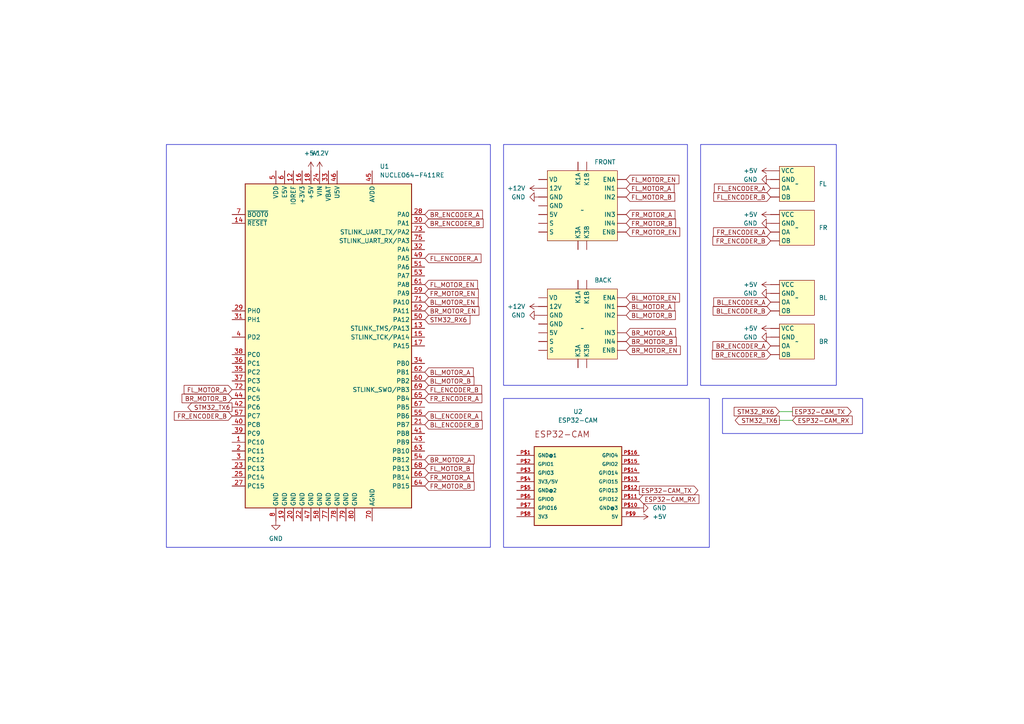
<source format=kicad_sch>
(kicad_sch (version 20230121) (generator eeschema)
  (paper "A4")
  (title_block (title "Rover mecanum") (date "2024-05-07") (rev "3.1") (company "ITIS E.MATTEI URBINO"))
  (lib_symbols
    (symbol "ESP32-CAM:ESP32-CAM" (pin_names (offset 1.016))
      (property "Reference" "U" (at 0 0 0))
      (property "Value" "ESP32-CAM" (at 0 0 0))
      (symbol "ESP32-CAM_0_0"
        (rectangle (start -12.7 -10.16) (end 12.7 12.7) (stroke (width 0.254)) (fill (type background)))
        (text "ESP32-CAM" (at -12.7 15.24 0) (effects (font (size 1.778 1.778)) (justify left bottom)))
        (pin bidirectional line (at -17.78 10.16 0) (length 5.08) (name "GND@1") (number "P$1"))
        (pin bidirectional line (at 17.78 -5.08 180) (length 5.08) (name "GND@3") (number "P$10"))
        (pin bidirectional line (at 17.78 -2.54 180) (length 5.08) (name "GPIO12") (number "P$11"))
        (pin bidirectional line (at 17.78 0 180) (length 5.08) (name "GPIO13") (number "P$12"))
        (pin bidirectional line (at 17.78 2.54 180) (length 5.08) (name "GPIO15") (number "P$13"))
        (pin bidirectional line (at 17.78 5.08 180) (length 5.08) (name "GPIO14") (number "P$14"))
        (pin bidirectional line (at 17.78 7.62 180) (length 5.08) (name "GPIO2") (number "P$15"))
        (pin bidirectional line (at 17.78 10.16 180) (length 5.08) (name "GPIO4") (number "P$16"))
        (pin bidirectional line (at -17.78 7.62 0) (length 5.08) (name "GPIO1") (number "P$2"))
        (pin bidirectional line (at -17.78 5.08 0) (length 5.08) (name "GPIO3") (number "P$3"))
        (pin bidirectional line (at -17.78 2.54 0) (length 5.08) (name "3V3/5V") (number "P$4"))
        (pin bidirectional line (at -17.78 0 0) (length 5.08) (name "GND@2") (number "P$5"))
        (pin bidirectional line (at -17.78 -2.54 0) (length 5.08) (name "GPIO0") (number "P$6"))
        (pin bidirectional line (at -17.78 -5.08 0) (length 5.08) (name "GPIO16") (number "P$7"))
        (pin bidirectional line (at -17.78 -7.62 0) (length 5.08) (name "3V3") (number "P$8"))
        (pin bidirectional line (at 17.78 -7.62 180) (length 5.08) (name "5V") (number "P$9"))
      )
    )
    (symbol "MCU_Module:NUCLEO64-F411RE"
      (property "Reference" "U" (at -17.78 50.165 0))
      (property "Value" "NUCLEO64-F411RE" (at -17.78 48.26 0))
      (symbol "NUCLEO64-F411RE_0_1"
        (rectangle (start -24.13 -46.99) (end 24.13 46.99) (stroke (width 0.254)) (fill (type background)))
      )
      (symbol "NUCLEO64-F411RE_1_1"
        (pin bidirectional line (at -27.94 -27.94 0) (length 3.81) (name "PC10") (number "1"))
        (pin no_connect line (at -24.13 20.32 0) (length 3.81) hide (name "NC") (number "10"))
        (pin no_connect line (at -24.13 15.24 0) (length 3.81) hide (name "NC") (number "11"))
        (pin power_in line (at -10.16 50.8 270) (length 3.81) (name "IOREF") (number "12"))
        (pin bidirectional line (at 27.94 5.08 180) (length 3.81) (name "STLINK_TMS/PA13") (number "13"))
        (pin input line (at -27.94 35.56 0) (length 3.81) (name "~{RESET}") (number "14"))
        (pin bidirectional line (at 27.94 2.54 180) (length 3.81) (name "STLINK_TCK/PA14") (number "15"))
        (pin power_in line (at -7.62 50.8 270) (length 3.81) (name "+3V3") (number "16"))
        (pin bidirectional line (at 27.94 0 180) (length 3.81) (name "PA15") (number "17"))
        (pin power_in line (at -5.08 50.8 270) (length 3.81) (name "+5V") (number "18"))
        (pin power_in line (at -12.7 -50.8 90) (length 3.81) (name "GND") (number "19"))
        (pin bidirectional line (at -27.94 -30.48 0) (length 3.81) (name "PC11") (number "2"))
        (pin power_in line (at -10.16 -50.8 90) (length 3.81) (name "GND") (number "20"))
        (pin bidirectional line (at 27.94 -22.86 180) (length 3.81) (name "PB7") (number "21"))
        (pin power_in line (at -7.62 -50.8 90) (length 3.81) (name "GND") (number "22"))
        (pin bidirectional line (at -27.94 -35.56 0) (length 3.81) (name "PC13") (number "23"))
        (pin power_in line (at -2.54 50.8 270) (length 3.81) (name "VIN") (number "24"))
        (pin bidirectional line (at -27.94 -38.1 0) (length 3.81) (name "PC14") (number "25"))
        (pin no_connect line (at -24.13 22.86 0) (length 3.81) hide (name "NC") (number "26"))
        (pin bidirectional line (at -27.94 -40.64 0) (length 3.81) (name "PC15") (number "27"))
        (pin bidirectional line (at 27.94 38.1 180) (length 3.81) (name "PA0") (number "28"))
        (pin bidirectional line (at -27.94 10.16 0) (length 3.81) (name "PH0") (number "29"))
        (pin bidirectional line (at -27.94 -33.02 0) (length 3.81) (name "PC12") (number "3"))
        (pin bidirectional line (at 27.94 35.56 180) (length 3.81) (name "PA1") (number "30"))
        (pin bidirectional line (at -27.94 7.62 0) (length 3.81) (name "PH1") (number "31"))
        (pin bidirectional line (at 27.94 27.94 180) (length 3.81) (name "PA4") (number "32"))
        (pin power_in line (at 0 50.8 270) (length 3.81) (name "VBAT") (number "33"))
        (pin bidirectional line (at 27.94 -5.08 180) (length 3.81) (name "PB0") (number "34"))
        (pin bidirectional line (at -27.94 -7.62 0) (length 3.81) (name "PC2") (number "35"))
        (pin bidirectional line (at -27.94 -5.08 0) (length 3.81) (name "PC1") (number "36"))
        (pin bidirectional line (at -27.94 -10.16 0) (length 3.81) (name "PC3") (number "37"))
        (pin bidirectional line (at -27.94 -2.54 0) (length 3.81) (name "PC0") (number "38"))
        (pin bidirectional line (at -27.94 -25.4 0) (length 3.81) (name "PC9") (number "39"))
        (pin bidirectional line (at -27.94 2.54 0) (length 3.81) (name "PD2") (number "4"))
        (pin bidirectional line (at -27.94 -22.86 0) (length 3.81) (name "PC8") (number "40"))
        (pin bidirectional line (at 27.94 -25.4 180) (length 3.81) (name "PB8") (number "41"))
        (pin bidirectional line (at -27.94 -17.78 0) (length 3.81) (name "PC6") (number "42"))
        (pin bidirectional line (at 27.94 -27.94 180) (length 3.81) (name "PB9") (number "43"))
        (pin bidirectional line (at -27.94 -15.24 0) (length 3.81) (name "PC5") (number "44"))
        (pin power_in line (at 12.7 50.8 270) (length 3.81) (name "AVDD") (number "45"))
        (pin power_in line (at 2.54 50.8 270) (length 3.81) (name "U5V") (number "46"))
        (pin power_in line (at -5.08 -50.8 90) (length 3.81) (name "GND") (number "47"))
        (pin no_connect line (at -24.13 25.4 0) (length 3.81) hide (name "NC") (number "48"))
        (pin bidirectional line (at 27.94 25.4 180) (length 3.81) (name "PA5") (number "49"))
        (pin power_in line (at -15.24 50.8 270) (length 3.81) (name "VDD") (number "5"))
        (pin bidirectional line (at 27.94 7.62 180) (length 3.81) (name "PA12") (number "50"))
        (pin bidirectional line (at 27.94 22.86 180) (length 3.81) (name "PA6") (number "51"))
        (pin bidirectional line (at 27.94 10.16 180) (length 3.81) (name "PA11") (number "52"))
        (pin bidirectional line (at 27.94 20.32 180) (length 3.81) (name "PA7") (number "53"))
        (pin bidirectional line (at 27.94 -33.02 180) (length 3.81) (name "PB12") (number "54"))
        (pin bidirectional line (at 27.94 -20.32 180) (length 3.81) (name "PB6") (number "55"))
        (pin no_connect line (at -24.13 33.02 0) (length 3.81) hide (name "NC") (number "56"))
        (pin bidirectional line (at -27.94 -20.32 0) (length 3.81) (name "PC7") (number "57"))
        (pin power_in line (at -2.54 -50.8 90) (length 3.81) (name "GND") (number "58"))
        (pin bidirectional line (at 27.94 15.24 180) (length 3.81) (name "PA9") (number "59"))
        (pin power_in line (at -12.7 50.8 270) (length 3.81) (name "E5V") (number "6"))
        (pin bidirectional line (at 27.94 -10.16 180) (length 3.81) (name "PB2") (number "60"))
        (pin bidirectional line (at 27.94 17.78 180) (length 3.81) (name "PA8") (number "61"))
        (pin bidirectional line (at 27.94 -7.62 180) (length 3.81) (name "PB1") (number "62"))
        (pin bidirectional line (at 27.94 -30.48 180) (length 3.81) (name "PB10") (number "63"))
        (pin bidirectional line (at 27.94 -40.64 180) (length 3.81) (name "PB15") (number "64"))
        (pin bidirectional line (at 27.94 -15.24 180) (length 3.81) (name "PB4") (number "65"))
        (pin bidirectional line (at 27.94 -38.1 180) (length 3.81) (name "PB14") (number "66"))
        (pin bidirectional line (at 27.94 -17.78 180) (length 3.81) (name "PB5") (number "67"))
        (pin bidirectional line (at 27.94 -35.56 180) (length 3.81) (name "PB13") (number "68"))
        (pin bidirectional line (at 27.94 -12.7 180) (length 3.81) (name "STLINK_SWO/PB3") (number "69"))
        (pin input line (at -27.94 38.1 0) (length 3.81) (name "~{BOOT0}") (number "7"))
        (pin power_in line (at 12.7 -50.8 90) (length 3.81) (name "AGND") (number "70"))
        (pin bidirectional line (at 27.94 12.7 180) (length 3.81) (name "PA10") (number "71"))
        (pin bidirectional line (at -27.94 -12.7 0) (length 3.81) (name "PC4") (number "72"))
        (pin bidirectional line (at 27.94 33.02 180) (length 3.81) (name "STLINK_UART_TX/PA2") (number "73"))
        (pin no_connect line (at -24.13 30.48 0) (length 3.81) hide (name "NC") (number "74"))
        (pin bidirectional line (at 27.94 30.48 180) (length 3.81) (name "STLINK_UART_RX/PA3") (number "75"))
        (pin no_connect line (at -24.13 27.94 0) (length 3.81) hide (name "NC") (number "76"))
        (pin power_in line (at 0 -50.8 90) (length 3.81) (name "GND") (number "77"))
        (pin power_in line (at 2.54 -50.8 90) (length 3.81) (name "GND") (number "78"))
        (pin power_in line (at 5.08 -50.8 90) (length 3.81) (name "GND") (number "79"))
        (pin power_in line (at -15.24 -50.8 90) (length 3.81) (name "GND") (number "8"))
        (pin power_in line (at 7.62 -50.8 90) (length 3.81) (name "GND") (number "80"))
        (pin no_connect line (at -24.13 17.78 0) (length 3.81) hide (name "NC") (number "9"))
      )
    )
    (symbol "osoyoo_mecanum:driver_motori"
      (property "Reference" "U" (at 0 0 0))
      (symbol "driver_motori_1_1"
        (rectangle (start -10.16 11.43) (end 10.16 -8.89) (fill (type background)))
        (pin power_in line (at -12.7 6.35 0) (length 2.54) (name "12V") (number ""))
        (pin power_out line (at -12.7 -1.27 0) (length 2.54) (name "5V") (number ""))
        (pin input line (at 12.7 8.89 180) (length 2.54) (name "ENA") (number ""))
        (pin input line (at 12.7 -6.35 180) (length 2.54) (name "ENB") (number ""))
        (pin power_in line (at -12.7 1.27 0) (length 2.54) (name "GND") (number ""))
        (pin power_in line (at -12.7 3.81 0) (length 2.54) (name "GND") (number ""))
        (pin input line (at 12.7 6.35 180) (length 2.54) (name "IN1") (number ""))
        (pin input line (at 12.7 3.81 180) (length 2.54) (name "IN2") (number ""))
        (pin input line (at 12.7 -1.27 180) (length 2.54) (name "IN3") (number ""))
        (pin input line (at 12.7 -3.81 180) (length 2.54) (name "IN4") (number ""))
        (pin power_out line (at -1.27 13.97 270) (length 2.54) (name "K1A") (number ""))
        (pin power_out line (at 1.27 13.97 270) (length 2.54) (name "K1B") (number ""))
        (pin power_out line (at -1.27 -11.43 90) (length 2.54) (name "K3A") (number ""))
        (pin power_out line (at 1.27 -11.43 90) (length 2.54) (name "K3B") (number ""))
        (pin unspecified line (at -12.7 -6.35 0) (length 2.54) (name "S") (number ""))
        (pin unspecified line (at -12.7 -3.81 0) (length 2.54) (name "S") (number ""))
        (pin power_in line (at -12.7 8.89 0) (length 2.54) (name "VD") (number ""))
      )
    )
    (symbol "osoyoo_mecanum:encoder_motore"
      (property "Reference" "U" (at 0 0 0))
      (symbol "encoder_motore_1_1"
        (rectangle (start -5.08 5.08) (end 5.08 -5.08) (fill (type background)))
        (pin power_in line (at -7.62 1.27 0) (length 2.54) (name "GND") (number ""))
        (pin output line (at -7.62 -1.27 0) (length 2.54) (name "OA") (number ""))
        (pin output line (at -7.62 -3.81 0) (length 2.54) (name "OB") (number ""))
        (pin power_in line (at -7.62 3.81 0) (length 2.54) (name "VCC") (number ""))
      )
    )
    (symbol "power:+12V" (power) (pin_names (offset 0))
      (property "Value" "+12V" (at 0 3.556 0))
      (symbol "+12V_0_1"
        (polyline (pts (xy -0.762 1.27) (xy 0 2.54)))
        (polyline (pts (xy 0 0) (xy 0 2.54)))
        (polyline (pts (xy 0 2.54) (xy 0.762 1.27)))
      )
      (symbol "+12V_1_1"
        (pin power_in line (at 0 0 90) (length 0) hide (name "+12V") (number "1"))
      )
    )
    (symbol "power:+5V" (power) (pin_names (offset 0))
      (property "Value" "+5V" (at 0 3.556 0))
      (symbol "+5V_0_1"
        (polyline (pts (xy -0.762 1.27) (xy 0 2.54)))
        (polyline (pts (xy 0 0) (xy 0 2.54)))
        (polyline (pts (xy 0 2.54) (xy 0.762 1.27)))
      )
      (symbol "+5V_1_1"
        (pin power_in line (at 0 0 90) (length 0) hide (name "+5V") (number "1"))
      )
    )
    (symbol "power:GND" (power) (pin_names (offset 0))
      (property "Value" "GND" (at 0 -3.81 0))
      (symbol "GND_0_1"
        (polyline (pts (xy 0 0) (xy 0 -1.27) (xy 1.27 -1.27) (xy 0 -2.54) (xy -1.27 -1.27) (xy 0 -1.27)))
      )
      (symbol "GND_1_1"
        (pin power_in line (at 0 0 270) (length 0) hide (name "GND") (number "1"))
      )
    )
  )
  (wire (pts (xy 226.06 119.38) (xy 229.87 119.38)))
  (wire (pts (xy 226.06 121.92) (xy 229.87 121.92)))
  (rectangle (start 146.05 41.91) (end 199.39 111.76))
  (rectangle (start 209.55 115.57) (end 250.19 125.73))
  (rectangle (start 203.2 41.91) (end 242.57 111.76))
  (rectangle (start 48.26 41.91) (end 142.24 158.75))
  (rectangle (start 146.05 115.57) (end 205.74 158.75))
  (global_label "BR_ENCODER_B" (shape input) (at 123.19 64.77 0) (property "Intersheetrefs" "${INTERSHEET_REFS}" (effects hide)))
  (global_label "BR_MOTOR_B" (shape input) (at 181.61 99.06 0) (property "Intersheetrefs" "${INTERSHEET_REFS}" (effects hide)))
  (global_label "FL_MOTOR_B" (shape input) (at 123.19 135.89 0) (property "Intersheetrefs" "${INTERSHEET_REFS}" (effects hide)))
  (global_label "BR_MOTOR_A" (shape input) (at 181.61 96.52 0) (property "Intersheetrefs" "${INTERSHEET_REFS}" (effects hide)))
  (global_label "BL_ENCODER_B" (shape input) (at 123.19 123.19 0) (property "Intersheetrefs" "${INTERSHEET_REFS}" (effects hide)))
  (global_label "FR_ENCODER_A" (shape input) (at 223.52 67.31 180) (property "Intersheetrefs" "${INTERSHEET_REFS}" (effects hide)))
  (global_label "BL_MOTOR_A" (shape input) (at 181.61 88.9 0) (property "Intersheetrefs" "${INTERSHEET_REFS}" (effects hide)))
  (global_label "ESP32-CAM_TX" (shape output) (at 185.42 142.24 0) (property "Intersheetrefs" "${INTERSHEET_REFS}" (effects hide)))
  (global_label "FR_MOTOR_A" (shape input) (at 181.61 62.23 0) (property "Intersheetrefs" "${INTERSHEET_REFS}" (effects hide)))
  (global_label "BR_MOTOR_EN" (shape input) (at 123.19 90.17 0) (property "Intersheetrefs" "${INTERSHEET_REFS}" (effects hide)))
  (global_label "BL_MOTOR_A" (shape input) (at 123.19 107.95 0) (property "Intersheetrefs" "${INTERSHEET_REFS}" (effects hide)))
  (global_label "FR_MOTOR_EN" (shape input) (at 181.61 67.31 0) (property "Intersheetrefs" "${INTERSHEET_REFS}" (effects hide)))
  (global_label "ESP32-CAM_RX" (shape input) (at 185.42 144.78 0) (property "Intersheetrefs" "${INTERSHEET_REFS}" (effects hide)))
  (global_label "FL_MOTOR_EN" (shape input) (at 181.61 52.07 0) (property "Intersheetrefs" "${INTERSHEET_REFS}" (effects hide)))
  (global_label "FR_ENCODER_A" (shape input) (at 123.19 115.57 0) (property "Intersheetrefs" "${INTERSHEET_REFS}" (effects hide)))
  (global_label "BR_MOTOR_A" (shape input) (at 123.19 133.35 0) (property "Intersheetrefs" "${INTERSHEET_REFS}" (effects hide)))
  (global_label "FL_MOTOR_EN" (shape input) (at 123.19 82.55 0) (property "Intersheetrefs" "${INTERSHEET_REFS}" (effects hide)))
  (global_label "BL_MOTOR_EN" (shape input) (at 181.61 86.36 0) (property "Intersheetrefs" "${INTERSHEET_REFS}" (effects hide)))
  (global_label "FR_MOTOR_B" (shape input) (at 123.19 140.97 0) (property "Intersheetrefs" "${INTERSHEET_REFS}" (effects hide)))
  (global_label "STM32_RX6" (shape input) (at 226.06 119.38 180) (property "Intersheetrefs" "${INTERSHEET_REFS}" (effects hide)))
  (global_label "BR_MOTOR_B" (shape input) (at 67.31 115.57 180) (property "Intersheetrefs" "${INTERSHEET_REFS}" (effects hide)))
  (global_label "FL_MOTOR_A" (shape input) (at 67.31 113.03 180) (property "Intersheetrefs" "${INTERSHEET_REFS}" (effects hide)))
  (global_label "BR_ENCODER_A" (shape input) (at 223.52 100.33 180) (property "Intersheetrefs" "${INTERSHEET_REFS}" (effects hide)))
  (global_label "FR_ENCODER_B" (shape input) (at 223.52 69.85 180) (property "Intersheetrefs" "${INTERSHEET_REFS}" (effects hide)))
  (global_label "FL_ENCODER_A" (shape input) (at 123.19 74.93 0) (property "Intersheetrefs" "${INTERSHEET_REFS}" (effects hide)))
  (global_label "STM32_TX6" (shape output) (at 67.31 118.11 180) (property "Intersheetrefs" "${INTERSHEET_REFS}" (effects hide)))
  (global_label "FL_MOTOR_A" (shape input) (at 181.61 54.61 0) (property "Intersheetrefs" "${INTERSHEET_REFS}" (effects hide)))
  (global_label "BL_ENCODER_A" (shape input) (at 123.19 120.65 0) (property "Intersheetrefs" "${INTERSHEET_REFS}" (effects hide)))
  (global_label "STM32_RX6" (shape input) (at 123.19 92.71 0) (property "Intersheetrefs" "${INTERSHEET_REFS}" (effects hide)))
  (global_label "BL_MOTOR_B" (shape input) (at 123.19 110.49 0) (property "Intersheetrefs" "${INTERSHEET_REFS}" (effects hide)))
  (global_label "BR_MOTOR_EN" (shape input) (at 181.61 101.6 0) (property "Intersheetrefs" "${INTERSHEET_REFS}" (effects hide)))
  (global_label "STM32_TX6" (shape output) (at 226.06 121.92 180) (property "Intersheetrefs" "${INTERSHEET_REFS}" (effects hide)))
  (global_label "FR_ENCODER_B" (shape input) (at 67.31 120.65 180) (property "Intersheetrefs" "${INTERSHEET_REFS}" (effects hide)))
  (global_label "BL_MOTOR_B" (shape input) (at 181.61 91.44 0) (property "Intersheetrefs" "${INTERSHEET_REFS}" (effects hide)))
  (global_label "BR_ENCODER_A" (shape input) (at 123.19 62.23 0) (property "Intersheetrefs" "${INTERSHEET_REFS}" (effects hide)))
  (global_label "BL_ENCODER_A" (shape input) (at 223.52 87.63 180) (property "Intersheetrefs" "${INTERSHEET_REFS}" (effects hide)))
  (global_label "FL_ENCODER_B" (shape input) (at 223.52 57.15 180) (property "Intersheetrefs" "${INTERSHEET_REFS}" (effects hide)))
  (global_label "BL_MOTOR_EN" (shape input) (at 123.19 87.63 0) (property "Intersheetrefs" "${INTERSHEET_REFS}" (effects hide)))
  (global_label "FR_MOTOR_A" (shape input) (at 123.19 138.43 0) (property "Intersheetrefs" "${INTERSHEET_REFS}" (effects hide)))
  (global_label "FR_MOTOR_B" (shape input) (at 181.61 64.77 0) (property "Intersheetrefs" "${INTERSHEET_REFS}" (effects hide)))
  (global_label "BR_ENCODER_B" (shape input) (at 223.52 102.87 180) (property "Intersheetrefs" "${INTERSHEET_REFS}" (effects hide)))
  (global_label "FR_MOTOR_EN" (shape input) (at 123.19 85.09 0) (property "Intersheetrefs" "${INTERSHEET_REFS}" (effects hide)))
  (global_label "FL_ENCODER_A" (shape input) (at 223.52 54.61 180) (property "Intersheetrefs" "${INTERSHEET_REFS}" (effects hide)))
  (global_label "FL_MOTOR_B" (shape input) (at 181.61 57.15 0) (property "Intersheetrefs" "${INTERSHEET_REFS}" (effects hide)))
  (global_label "FL_ENCODER_B" (shape input) (at 123.19 113.03 0) (property "Intersheetrefs" "${INTERSHEET_REFS}" (effects hide)))
  (global_label "ESP32-CAM_TX" (shape output) (at 229.87 119.38 0) (property "Intersheetrefs" "${INTERSHEET_REFS}" (effects hide)))
  (global_label "BL_ENCODER_B" (shape input) (at 223.52 90.17 180) (property "Intersheetrefs" "${INTERSHEET_REFS}" (effects hide)))
  (global_label "ESP32-CAM_RX" (shape input) (at 229.87 121.92 0) (property "Intersheetrefs" "${INTERSHEET_REFS}" (effects hide)))
  (symbol (lib_id "osoyoo_mecanum:encoder_motore") (at 231.14 53.34 0) (unit 1)
    (property "Reference" "FL" (at 237.49 53.34 0) (effects (justify left)))
    (property "Value" "~" (at 231.14 53.34 0))
  )
  (symbol (lib_id "power:+12V") (at 156.21 54.61 90) (unit 1)
    (property "Reference" "#PWR08" (effects hide))
    (property "Value" "+12V" (at 152.4 54.61 90) (effects (justify left)))
  )
  (symbol (lib_id "power:+5V") (at 223.52 82.55 90) (unit 1)
    (property "Reference" "#PWR04" (effects hide))
    (property "Value" "+5V" (at 219.71 82.55 90) (effects (justify left)))
  )
  (symbol (lib_id "power:GND") (at 223.52 64.77 270) (unit 1)
    (property "Reference" "#PWR014" (effects hide))
    (property "Value" "GND" (at 219.71 64.77 90) (effects (justify right)))
  )
  (symbol (lib_id "osoyoo_mecanum:driver_motori") (at 168.91 60.96 0) (unit 1)
    (property "Reference" "FRONT" (at 172.3741 46.99 0) (effects (justify left)))
    (property "Value" "~" (at 168.91 60.96 0))
  )
  (symbol (lib_id "power:GND") (at 80.01 151.13 0) (unit 1)
    (property "Reference" "#PWR07" (effects hide))
    (property "Value" "GND" (at 80.01 156.21 0))
  )
  (symbol (lib_id "power:+5V") (at 223.52 95.25 90) (unit 1)
    (property "Reference" "#PWR05" (effects hide))
    (property "Value" "+5V" (at 219.71 95.25 90) (effects (justify left)))
  )
  (symbol (lib_id "power:GND") (at 223.52 85.09 270) (unit 1)
    (property "Reference" "#PWR013" (effects hide))
    (property "Value" "GND" (at 219.71 85.09 90) (effects (justify right)))
  )
  (symbol (lib_id "power:GND") (at 223.52 52.07 270) (unit 1)
    (property "Reference" "#PWR012" (effects hide))
    (property "Value" "GND" (at 219.71 52.07 90) (effects (justify right)))
  )
  (symbol (lib_id "power:+12V") (at 156.21 88.9 90) (unit 1)
    (property "Reference" "#PWR09" (effects hide))
    (property "Value" "+12V" (at 152.4 88.9 90) (effects (justify left)))
  )
  (symbol (lib_id "power:+12V") (at 92.71 49.53 0) (unit 1)
    (property "Reference" "#PWR06" (effects hide))
    (property "Value" "+12V" (at 92.71 44.45 0))
  )
  (symbol (lib_id "power:+5V") (at 90.17 49.53 0) (unit 1)
    (property "Reference" "#PWR01" (effects hide))
    (property "Value" "+5V" (at 90.17 44.45 0))
  )
  (symbol (lib_id "osoyoo_mecanum:encoder_motore") (at 231.14 66.04 0) (unit 1)
    (property "Reference" "FR" (at 237.49 66.04 0) (effects (justify left)))
    (property "Value" "~" (at 231.14 66.04 0))
  )
  (symbol (lib_id "power:GND") (at 156.21 57.15 270) (unit 1)
    (property "Reference" "#PWR011" (effects hide))
    (property "Value" "GND" (at 152.4 57.15 90) (effects (justify right)))
  )
  (symbol (lib_id "power:+5V") (at 185.42 149.86 270) (mirror x) (unit 1)
    (property "Reference" "#PWR016" (effects hide))
    (property "Value" "+5V" (at 189.23 149.86 90) (effects (justify left)))
  )
  (symbol (lib_id "power:GND") (at 185.42 147.32 90) (mirror x) (unit 1)
    (property "Reference" "#PWR017" (effects hide))
    (property "Value" "GND" (at 189.23 147.32 90) (effects (justify right)))
  )
  (symbol (lib_id "power:+5V") (at 223.52 62.23 90) (unit 1)
    (property "Reference" "#PWR03" (effects hide))
    (property "Value" "+5V" (at 219.71 62.23 90) (effects (justify left)))
  )
  (symbol (lib_id "osoyoo_mecanum:driver_motori") (at 168.91 95.25 0) (unit 1)
    (property "Reference" "BACK" (at 172.3741 81.28 0) (effects (justify left)))
    (property "Value" "~" (at 168.91 95.25 0))
  )
  (symbol (lib_id "power:+5V") (at 223.52 49.53 90) (unit 1)
    (property "Reference" "#PWR02" (effects hide))
    (property "Value" "+5V" (at 219.71 49.53 90) (effects (justify left)))
  )
  (symbol (lib_id "power:GND") (at 223.52 97.79 270) (unit 1)
    (property "Reference" "#PWR015" (effects hide))
    (property "Value" "GND" (at 219.71 97.79 90) (effects (justify right)))
  )
  (symbol (lib_id "ESP32-CAM:ESP32-CAM") (at 167.64 142.24 0) (unit 1)
    (property "Reference" "U2" (at 167.64 119.38 0))
    (property "Value" "ESP32-CAM" (at 167.64 121.92 0))
    (property "Footprint" "ESP32-CAM:ESP32-CAM" (effects hide))
    (property "MF" "AI-Thinker" (effects hide))
    (property "Description" "\nESP32 ESP32 Transceiver; 802.11 a/b/g/n (Wi-Fi, WiFi, WLAN), Bluetooth® Smart 4.x Low Energy (BLE) Evaluation Board\n" (effects hide))
    (property "Package" "None" (effects hide))
    (property "Price" "None" (effects hide))
    (property "SnapEDA_Link" "https://www.snapeda.com/parts/ESP32-CAM/AI-Thinker/view-part/?ref=snap" (effects hide))
    (property "MP" "ESP32-CAM" (effects hide))
    (property "Availability" "Not in stock" (effects hide))
    (property "Check_prices" "https://www.snapeda.com/parts/ESP32-CAM/AI-Thinker/view-part/?ref=eda" (effects hide))
  )
  (symbol (lib_id "MCU_Module:NUCLEO64-F411RE") (at 95.25 100.33 0) (unit 1)
    (property "Reference" "U1" (at 110.1441 48.26 0) (effects (justify left)))
    (property "Value" "NUCLEO64-F411RE" (at 110.1441 50.8 0) (effects (justify left)))
    (property "Footprint" "Module:ST_Morpho_Connector_144_STLink" (effects hide))
    (property "Datasheet" "http://www.st.com/st-web-ui/static/active/en/resource/technical/document/data_brief/DM00105918.pdf" (effects hide))
  )
  (symbol (lib_id "osoyoo_mecanum:encoder_motore") (at 231.14 99.06 0) (unit 1)
    (property "Reference" "BR" (at 237.49 99.06 0) (effects (justify left)))
    (property "Value" "~" (at 231.14 99.06 0))
  )
  (symbol (lib_id "osoyoo_mecanum:encoder_motore") (at 231.14 86.36 0) (unit 1)
    (property "Reference" "BL" (at 237.49 86.36 0) (effects (justify left)))
    (property "Value" "~" (at 231.14 86.36 0))
  )
  (symbol (lib_id "power:GND") (at 156.21 91.44 270) (unit 1)
    (property "Reference" "#PWR010" (effects hide))
    (property "Value" "GND" (at 152.4 91.44 90) (effects (justify right)))
  )
)
</source>
